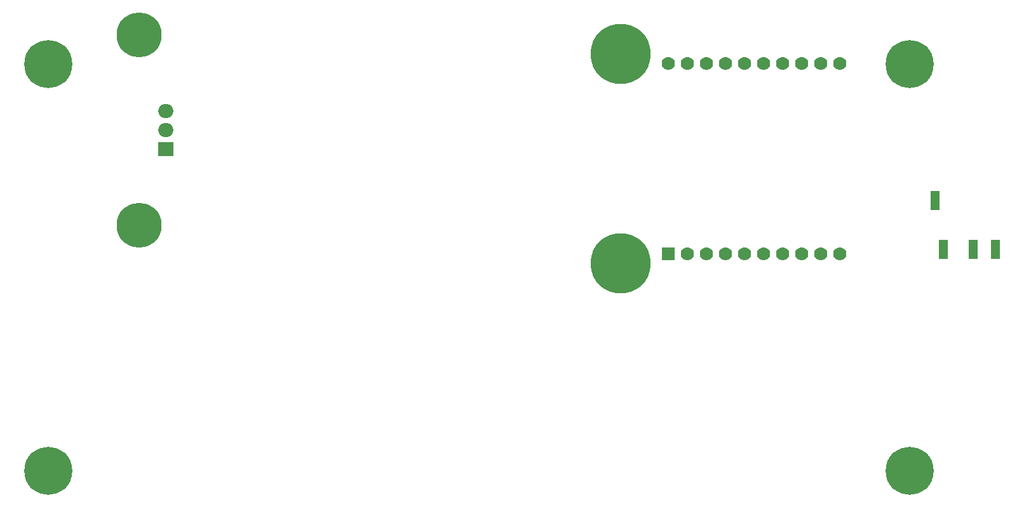
<source format=gbr>
%TF.GenerationSoftware,KiCad,Pcbnew,(7.0.0)*%
%TF.CreationDate,2024-01-21T10:46:32+01:00*%
%TF.ProjectId,bed-smart-plug,6265642d-736d-4617-9274-2d706c75672e,rev?*%
%TF.SameCoordinates,Original*%
%TF.FileFunction,Copper,L1,Top*%
%TF.FilePolarity,Positive*%
%FSLAX46Y46*%
G04 Gerber Fmt 4.6, Leading zero omitted, Abs format (unit mm)*
G04 Created by KiCad (PCBNEW (7.0.0)) date 2024-01-21 10:46:32*
%MOMM*%
%LPD*%
G01*
G04 APERTURE LIST*
%TA.AperFunction,ComponentPad*%
%ADD10C,8.000000*%
%TD*%
%TA.AperFunction,ComponentPad*%
%ADD11C,6.400000*%
%TD*%
%TA.AperFunction,ComponentPad*%
%ADD12C,6.000000*%
%TD*%
%TA.AperFunction,ComponentPad*%
%ADD13R,1.778000X1.778000*%
%TD*%
%TA.AperFunction,ComponentPad*%
%ADD14C,1.778000*%
%TD*%
%TA.AperFunction,SMDPad,CuDef*%
%ADD15R,1.200000X2.500000*%
%TD*%
%TA.AperFunction,ComponentPad*%
%ADD16R,2.000000X1.905000*%
%TD*%
%TA.AperFunction,ComponentPad*%
%ADD17O,2.000000X1.905000*%
%TD*%
G04 APERTURE END LIST*
D10*
%TO.P,,1*%
%TO.N,N/C*%
X168656000Y-54864000D03*
%TD*%
D11*
%TO.P,,1*%
%TO.N,N/C*%
X207146000Y-56279000D03*
%TD*%
D12*
%TO.P,HS1,1*%
%TO.N,N/C*%
X104521000Y-77724000D03*
X104521000Y-52324000D03*
%TD*%
D11*
%TO.P,,1*%
%TO.N,N/C*%
X92396000Y-56279000D03*
%TD*%
%TO.P,,1*%
%TO.N,N/C*%
X207146000Y-110529000D03*
%TD*%
D13*
%TO.P,U1,1,+5V*%
%TO.N,unconnected-(U1-+5V-Pad1)*%
X175005999Y-81533999D03*
D14*
%TO.P,U1,2,+3.3V_(out)*%
%TO.N,unconnected-(U1-+3.3V_(out)-Pad2)*%
X177546000Y-81534000D03*
%TO.P,U1,3,GND*%
%TO.N,unconnected-(U1-GND-Pad3)*%
X180086000Y-81534000D03*
%TO.P,U1,4,ESP_EN*%
%TO.N,unconnected-(U1-ESP_EN-Pad4)*%
X182626000Y-81534000D03*
%TO.P,U1,5,GPIO0*%
%TO.N,unconnected-(U1-GPIO0-Pad5)*%
X185166000Y-81534000D03*
%TO.P,U1,6,GPIO1*%
%TO.N,unconnected-(U1-GPIO1-Pad6)*%
X187706000Y-81534000D03*
%TO.P,U1,7,GPIO2*%
%TO.N,unconnected-(U1-GPIO2-Pad7)*%
X190246000Y-81534000D03*
%TO.P,U1,8,GPIO3*%
%TO.N,unconnected-(U1-GPIO3-Pad8)*%
X192786000Y-81534000D03*
%TO.P,U1,9,GPIO4*%
%TO.N,unconnected-(U1-GPIO4-Pad9)*%
X195326000Y-81534000D03*
%TO.P,U1,10,GPIO5*%
%TO.N,unconnected-(U1-GPIO5-Pad10)*%
X197866000Y-81534000D03*
%TO.P,U1,11,GPIO13*%
%TO.N,unconnected-(U1-GPIO13-Pad11)*%
X197866000Y-56134000D03*
%TO.P,U1,12,GPIO14*%
%TO.N,unconnected-(U1-GPIO14-Pad12)*%
X195326000Y-56134000D03*
%TO.P,U1,13,GPIO15*%
%TO.N,unconnected-(U1-GPIO15-Pad13)*%
X192786000Y-56134000D03*
%TO.P,U1,14,GPIO16*%
%TO.N,unconnected-(U1-GPIO16-Pad14)*%
X190246000Y-56134000D03*
%TO.P,U1,15,GPIO32*%
%TO.N,unconnected-(U1-GPIO32-Pad15)*%
X187706000Y-56134000D03*
%TO.P,U1,16,GPIO33*%
%TO.N,unconnected-(U1-GPIO33-Pad16)*%
X185166000Y-56134000D03*
%TO.P,U1,17,GPIO34*%
%TO.N,unconnected-(U1-GPIO34-Pad17)*%
X182626000Y-56134000D03*
%TO.P,U1,18,GPIO35*%
%TO.N,unconnected-(U1-GPIO35-Pad18)*%
X180086000Y-56134000D03*
%TO.P,U1,19,GPIO36*%
%TO.N,unconnected-(U1-GPIO36-Pad19)*%
X177546000Y-56134000D03*
%TO.P,U1,20,GPIO39*%
%TO.N,unconnected-(U1-GPIO39-Pad20)*%
X175006000Y-56134000D03*
%TD*%
D15*
%TO.P,J3,R1*%
%TO.N,Net-(J2-Pin_3)*%
X215633999Y-80973999D03*
%TO.P,J3,R2*%
%TO.N,Net-(J2-Pin_2)*%
X218633999Y-80973999D03*
%TO.P,J3,S*%
%TO.N,Net-(J2-Pin_1)*%
X210533999Y-74473999D03*
%TO.P,J3,T*%
%TO.N,Net-(J2-Pin_4)*%
X211633999Y-80973999D03*
%TD*%
D16*
%TO.P,Q1,1,A1*%
%TO.N,unconnected-(Q1-A1-Pad1)*%
X108005999Y-67563999D03*
D17*
%TO.P,Q1,2,A2*%
%TO.N,unconnected-(Q1-A2-Pad2)*%
X108005999Y-65023999D03*
%TO.P,Q1,3,G*%
%TO.N,unconnected-(Q1-G-Pad3)*%
X108005999Y-62483999D03*
%TD*%
D11*
%TO.P,,1*%
%TO.N,N/C*%
X92396000Y-110529000D03*
%TD*%
D10*
%TO.P,,1*%
%TO.N,N/C*%
X168656000Y-82804000D03*
%TD*%
M02*

</source>
